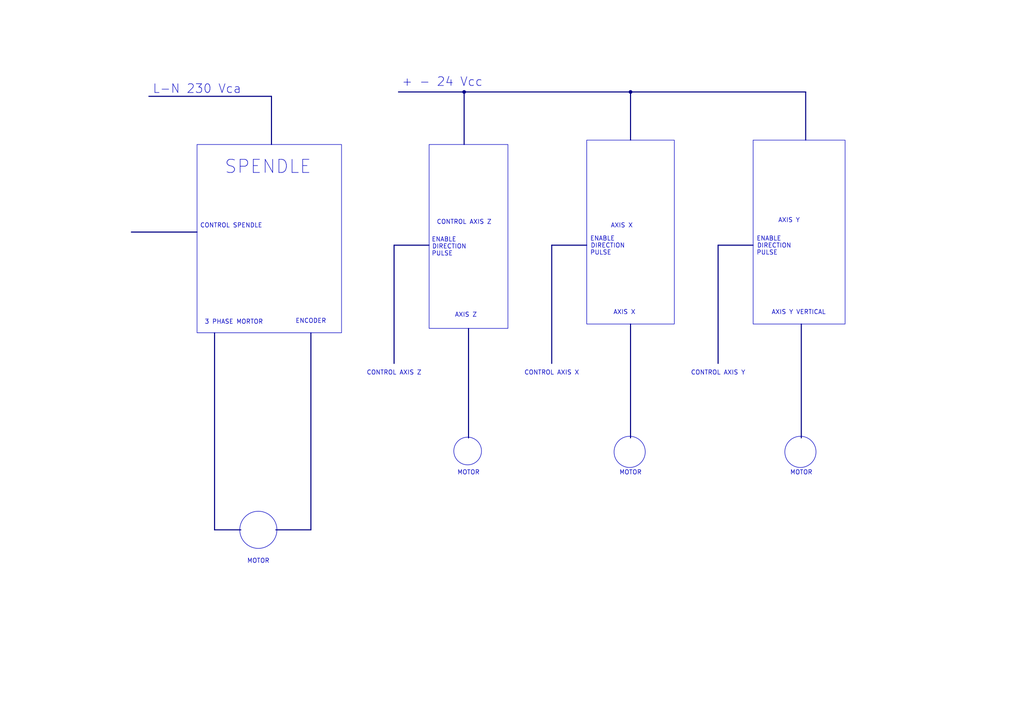
<source format=kicad_sch>
(kicad_sch
	(version 20240812)
	(generator "eeschema")
	(generator_version "8.99")
	(uuid "1e31d181-ae55-4792-96a4-4e9ae1e978c6")
	(paper "A4")
	(lib_symbols)
	(rectangle
		(start 124.46 41.91)
		(end 147.32 95.25)
		(stroke
			(width 0)
			(type default)
		)
		(fill
			(type none)
		)
		(uuid 2f47bd1b-76f3-4235-8e2c-d252eeb8da91)
	)
	(circle
		(center 74.93 153.67)
		(radius 5.3882)
		(stroke
			(width 0)
			(type default)
		)
		(fill
			(type none)
		)
		(uuid 45dbfbff-9e9e-4f97-8096-68ea27c726b6)
	)
	(circle
		(center 182.626 131.064)
		(radius 4.5223)
		(stroke
			(width 0)
			(type default)
		)
		(fill
			(type none)
		)
		(uuid 7fcfbb00-cde9-4456-a374-99f9628169ac)
	)
	(rectangle
		(start 170.18 40.64)
		(end 195.58 93.98)
		(stroke
			(width 0)
			(type default)
		)
		(fill
			(type none)
		)
		(uuid 8fc69d18-3d43-4891-9ee1-bf7698a0e877)
	)
	(circle
		(center 135.636 130.81)
		(radius 4.0161)
		(stroke
			(width 0)
			(type default)
		)
		(fill
			(type none)
		)
		(uuid 99ba465c-7299-4864-91ec-8bdff5dadf9e)
	)
	(rectangle
		(start 57.15 41.91)
		(end 99.06 96.52)
		(stroke
			(width 0)
			(type default)
		)
		(fill
			(type none)
		)
		(uuid a9dd2491-8d45-4df2-8843-fded0259deae)
	)
	(rectangle
		(start 218.44 40.64)
		(end 245.11 93.98)
		(stroke
			(width 0)
			(type default)
		)
		(fill
			(type none)
		)
		(uuid d9aa3314-551c-458b-8f6c-f1e8a72716be)
	)
	(circle
		(center 232.156 131.064)
		(radius 4.5223)
		(stroke
			(width 0)
			(type default)
		)
		(fill
			(type none)
		)
		(uuid e55e3702-1114-40c4-a987-569e2191162f)
	)
	(text "PULSE"
		(exclude_from_sim no)
		(at 222.504 73.406 0)
		(effects
			(font
				(size 1.27 1.27)
			)
		)
		(uuid "073a55bb-e89d-4ed1-be21-a7df30f5c8ba")
	)
	(text "PULSE"
		(exclude_from_sim no)
		(at 128.27 73.66 0)
		(effects
			(font
				(size 1.27 1.27)
			)
		)
		(uuid "0a7e30cf-b450-4e37-8c21-1c9f00e2de26")
	)
	(text "MOTOR\n"
		(exclude_from_sim no)
		(at 182.88 137.16 0)
		(effects
			(font
				(size 1.27 1.27)
			)
		)
		(uuid "0d62e636-d770-4956-83ee-87fffa41856f")
	)
	(text "MOTOR\n"
		(exclude_from_sim no)
		(at 135.89 137.16 0)
		(effects
			(font
				(size 1.27 1.27)
			)
		)
		(uuid "39c5796a-ab81-4718-8bc3-e918508b16f5")
	)
	(text "DIRECTION"
		(exclude_from_sim no)
		(at 224.536 71.374 0)
		(effects
			(font
				(size 1.27 1.27)
			)
		)
		(uuid "3a96bd3c-7756-4c42-943e-bb6dcd5e7860")
	)
	(text "AXIS Y"
		(exclude_from_sim no)
		(at 228.854 64.008 0)
		(effects
			(font
				(size 1.27 1.27)
			)
		)
		(uuid "3ecf4a48-8f4c-4528-8a67-dfa8614d7a93")
	)
	(text "MOTOR\n"
		(exclude_from_sim no)
		(at 74.93 162.814 0)
		(effects
			(font
				(size 1.27 1.27)
			)
		)
		(uuid "4076839b-845e-49af-a3a5-88613d4e8126")
	)
	(text "3 PHASE MORTOR"
		(exclude_from_sim no)
		(at 67.818 93.472 0)
		(effects
			(font
				(size 1.27 1.27)
			)
		)
		(uuid "42ab7959-dbd0-4631-a596-68e4900fa1de")
	)
	(text "AXIS X"
		(exclude_from_sim no)
		(at 180.34 65.532 0)
		(effects
			(font
				(size 1.27 1.27)
			)
		)
		(uuid "44bc44a5-d0f9-438c-894a-361dfa056397")
	)
	(text "AXIS X"
		(exclude_from_sim no)
		(at 181.102 90.678 0)
		(effects
			(font
				(size 1.27 1.27)
			)
		)
		(uuid "4d1f6440-2e4a-424c-b6e3-6f7e034f8c65")
	)
	(text "AXIS Z"
		(exclude_from_sim no)
		(at 135.128 91.44 0)
		(effects
			(font
				(size 1.27 1.27)
			)
		)
		(uuid "51723882-aaa8-4310-adf9-83d75d7edb85")
	)
	(text "DIRECTION"
		(exclude_from_sim no)
		(at 130.302 71.628 0)
		(effects
			(font
				(size 1.27 1.27)
			)
		)
		(uuid "607f5e7b-3444-4d7e-8708-d72638bd6969")
	)
	(text "SPENDLE"
		(exclude_from_sim no)
		(at 77.724 48.514 0)
		(effects
			(font
				(size 3.81 3.81)
			)
		)
		(uuid "674d3bf9-bcc7-4550-bd2d-c2019e2491a4")
	)
	(text "CONTROL SPENDLE"
		(exclude_from_sim no)
		(at 67.056 65.532 0)
		(effects
			(font
				(size 1.27 1.27)
			)
		)
		(uuid "73c5e2fa-ed63-4506-9b47-674171097238")
	)
	(text "MOTOR\n"
		(exclude_from_sim no)
		(at 232.41 137.16 0)
		(effects
			(font
				(size 1.27 1.27)
			)
		)
		(uuid "79367f43-beeb-445f-8ae0-ab14d44e19ff")
	)
	(text "AXIS Y VERTICAL\n"
		(exclude_from_sim no)
		(at 231.648 90.678 0)
		(effects
			(font
				(size 1.27 1.27)
			)
		)
		(uuid "882f68ae-f23c-480c-9ee6-11d021ab113f")
	)
	(text "DIRECTION"
		(exclude_from_sim no)
		(at 176.276 71.374 0)
		(effects
			(font
				(size 1.27 1.27)
			)
		)
		(uuid "8c9c1a75-4844-4053-9fdc-e74f079cb051")
	)
	(text "CONTROL AXIS Z"
		(exclude_from_sim no)
		(at 134.62 64.516 0)
		(effects
			(font
				(size 1.27 1.27)
			)
		)
		(uuid "93928d91-072c-4174-86d3-3d399ba797b5")
	)
	(text "CONTROL AXIS Y"
		(exclude_from_sim no)
		(at 208.28 108.204 0)
		(effects
			(font
				(size 1.27 1.27)
			)
		)
		(uuid "94410ad0-c38a-428b-a01b-ba40101e9328")
	)
	(text "ENABLE"
		(exclude_from_sim no)
		(at 174.752 69.342 0)
		(effects
			(font
				(size 1.27 1.27)
			)
		)
		(uuid "96051b07-52c8-43d8-8134-acf998d24d6b")
	)
	(text "CONTROL AXIS X"
		(exclude_from_sim no)
		(at 160.02 108.204 0)
		(effects
			(font
				(size 1.27 1.27)
			)
		)
		(uuid "9a1e0cb2-4f45-404b-95a4-2cc8133175c9")
	)
	(text "ENCODER"
		(exclude_from_sim no)
		(at 90.17 93.218 0)
		(effects
			(font
				(size 1.27 1.27)
			)
		)
		(uuid "a5119e14-2006-4a2b-b858-02b00f0e4f36")
	)
	(text "L-N 230 Vca\n"
		(exclude_from_sim no)
		(at 57.15 25.908 0)
		(effects
			(font
				(size 2.54 2.54)
			)
		)
		(uuid "b4ad74b3-df8b-41b9-97a2-e9637a6400af")
	)
	(text "ENABLE"
		(exclude_from_sim no)
		(at 128.778 69.596 0)
		(effects
			(font
				(size 1.27 1.27)
			)
		)
		(uuid "cb4fa27c-9a77-471b-87d5-0ee761ec3ee6")
	)
	(text "PULSE"
		(exclude_from_sim no)
		(at 174.244 73.406 0)
		(effects
			(font
				(size 1.27 1.27)
			)
		)
		(uuid "d111f6fc-c336-4605-b7a2-a4ae4a5ecef9")
	)
	(text "CONTROL AXIS Z"
		(exclude_from_sim no)
		(at 114.3 108.204 0)
		(effects
			(font
				(size 1.27 1.27)
			)
		)
		(uuid "d8293b47-1994-4544-a4a0-6424a9f18189")
	)
	(text "+ - 24 Vcc"
		(exclude_from_sim no)
		(at 128.27 23.876 0)
		(effects
			(font
				(size 2.54 2.54)
			)
		)
		(uuid "e8dbfe12-0f29-4862-8814-8d456f068733")
	)
	(text "ENABLE"
		(exclude_from_sim no)
		(at 223.012 69.342 0)
		(effects
			(font
				(size 1.27 1.27)
			)
		)
		(uuid "fbdd65b3-1d87-4859-8857-e9634d6ade7f")
	)
	(junction
		(at 134.62 26.67)
		(diameter 0)
		(color 0 0 0 0)
		(uuid "5e530084-9668-4ab8-8279-853497baedf2")
	)
	(junction
		(at 182.88 26.67)
		(diameter 0)
		(color 0 0 0 0)
		(uuid "df23c0a2-0c42-4867-bdf8-89e225564417")
	)
	(bus
		(pts
			(xy 38.1 67.31) (xy 57.15 67.31)
		)
		(stroke
			(width 0)
			(type default)
		)
		(uuid "017eb4f1-14bb-4425-b896-74df971b5c99")
	)
	(bus
		(pts
			(xy 218.44 71.12) (xy 208.28 71.12)
		)
		(stroke
			(width 0)
			(type default)
		)
		(uuid "0ec18b08-71ab-4925-867c-445c7424e0f5")
	)
	(bus
		(pts
			(xy 114.3 71.12) (xy 114.3 105.41)
		)
		(stroke
			(width 0)
			(type default)
		)
		(uuid "159d28a0-7cd2-4f36-8ac4-c131f90dba13")
	)
	(bus
		(pts
			(xy 62.23 96.52) (xy 62.23 153.67)
		)
		(stroke
			(width 0)
			(type default)
		)
		(uuid "2488cadb-dffe-420f-802b-e3528f3bd74e")
	)
	(bus
		(pts
			(xy 135.89 95.25) (xy 135.89 127)
		)
		(stroke
			(width 0)
			(type default)
		)
		(uuid "253834d1-0365-45dc-b5f2-92baed1f53e4")
	)
	(bus
		(pts
			(xy 115.57 26.67) (xy 134.62 26.67)
		)
		(stroke
			(width 0)
			(type default)
		)
		(uuid "31ab2c2e-0444-43a4-9f14-0a28abed4166")
	)
	(bus
		(pts
			(xy 208.28 71.12) (xy 208.28 105.41)
		)
		(stroke
			(width 0)
			(type default)
		)
		(uuid "37fae0cb-40ab-43e6-ac67-d5b76a1f9f18")
	)
	(bus
		(pts
			(xy 233.68 26.67) (xy 233.68 40.64)
		)
		(stroke
			(width 0)
			(type default)
		)
		(uuid "3d4bf20a-5b4e-43e4-9bbf-68c5f7828585")
	)
	(bus
		(pts
			(xy 90.17 96.52) (xy 90.17 153.67)
		)
		(stroke
			(width 0)
			(type default)
		)
		(uuid "43b1380e-5fff-49f0-aa88-1acd27a19231")
	)
	(bus
		(pts
			(xy 80.01 153.67) (xy 90.17 153.67)
		)
		(stroke
			(width 0)
			(type default)
		)
		(uuid "43ebc21e-4186-49eb-8bae-db0cfd783215")
	)
	(bus
		(pts
			(xy 124.46 71.12) (xy 114.3 71.12)
		)
		(stroke
			(width 0)
			(type default)
		)
		(uuid "4a8133c2-377d-4605-b2fb-f50c6274f47a")
	)
	(bus
		(pts
			(xy 43.18 27.94) (xy 78.74 27.94)
		)
		(stroke
			(width 0)
			(type default)
		)
		(uuid "4d9ef690-4954-40c6-b6cd-843fdd92900c")
	)
	(bus
		(pts
			(xy 134.62 26.67) (xy 182.88 26.67)
		)
		(stroke
			(width 0)
			(type default)
		)
		(uuid "544ab4f5-b466-4b86-8f5c-1b66d38ba545")
	)
	(bus
		(pts
			(xy 160.02 71.12) (xy 160.02 105.41)
		)
		(stroke
			(width 0)
			(type default)
		)
		(uuid "a623b8c9-a0c9-48e2-aca4-0af9ad2d6801")
	)
	(bus
		(pts
			(xy 170.18 71.12) (xy 160.02 71.12)
		)
		(stroke
			(width 0)
			(type default)
		)
		(uuid "b48fc692-24ad-4c2b-8b39-f0dba9299ae2")
	)
	(bus
		(pts
			(xy 232.41 93.98) (xy 232.41 127)
		)
		(stroke
			(width 0)
			(type default)
		)
		(uuid "c2f4bee5-1592-46a9-a04c-ccf408fdd107")
	)
	(bus
		(pts
			(xy 182.88 26.67) (xy 233.68 26.67)
		)
		(stroke
			(width 0)
			(type default)
		)
		(uuid "c53edfa3-b868-40c3-8af9-265508c45af6")
	)
	(bus
		(pts
			(xy 182.88 26.67) (xy 182.88 40.64)
		)
		(stroke
			(width 0)
			(type default)
		)
		(uuid "ced2dcca-fbb8-4e04-9bf3-e15d13dc8168")
	)
	(bus
		(pts
			(xy 62.23 153.67) (xy 69.85 153.67)
		)
		(stroke
			(width 0)
			(type default)
		)
		(uuid "d3932f2c-c9d1-4dbb-aba7-533f20c3529e")
	)
	(bus
		(pts
			(xy 78.74 27.94) (xy 78.74 41.91)
		)
		(stroke
			(width 0)
			(type default)
		)
		(uuid "f050b35f-58e1-43c7-a49c-478fc8260149")
	)
	(bus
		(pts
			(xy 182.88 93.98) (xy 182.88 127)
		)
		(stroke
			(width 0)
			(type default)
		)
		(uuid "fab3566d-de64-40dd-afd9-00f6b5abaef2")
	)
	(bus
		(pts
			(xy 134.62 26.67) (xy 134.62 41.91)
		)
		(stroke
			(width 0)
			(type default)
		)
		(uuid "feecce2b-90a6-412a-88ed-d8d32169f1e5")
	)
)

</source>
